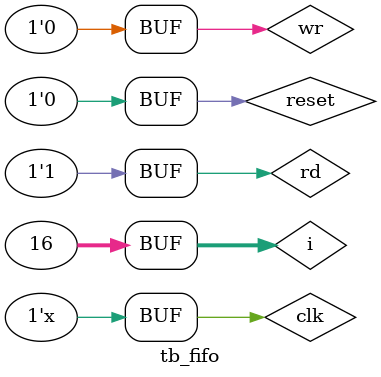
<source format=v>
`timescale 1ns / 1ps


module tb_fifo ();


    reg clk, reset, wr, rd;
    reg  [7:0] wdata;
    wire [7:0] rdata;
    wire empty, full;

    fifo tbfifo (
        .clk(clk),
        .reset(reset),
        // write
        .wdata(wdata),
        .wr(wr),
        // read
        .rd(rd),
        .rdata(rdata),
        .empty(empty),
        .full(full)

    );
    
    always #5 clk = ~clk;
    
    integer i;
    initial begin
        clk = 0;
        reset = 1;
        wdata = 0;
        wr = 0;
        rd = 0;
        #10;
        reset = 0;

        #10;
        wr = 1;
        for (i=0; i<16; i= i+1)
        begin
        wdata =$random %256;
        #10; 
        end
        wr = 0;
        rd = 1;
        #20;
    end
endmodule

</source>
